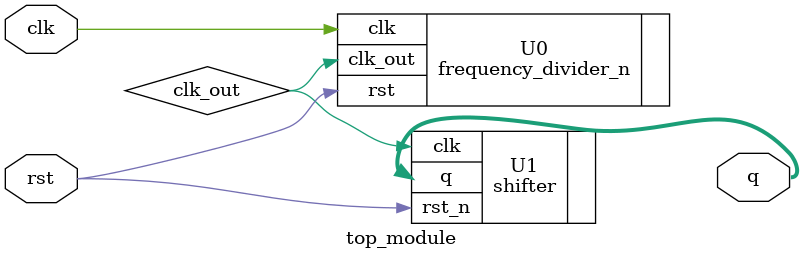
<source format=v>
module top_module(
    clk,    //global clock
    rst,    //active low reset
    q       //LED output
);

output [7:0] q;
input clk;
input rst;

wire clk_out;

//insert frequency divider
frequency_divider_n U0(
    .clk(clk),  //clock from the crystal
    .rst(rst),  //active low reset
    .clk_out(clk_out)   //divied clock output(connected to wire)
);

//insert shifter
shifter U1(
    .q(q),  //shifter output
    .clk(clk_out),  //clock from frequency divider
    .rst_n(rst)   //active low reset
);

endmodule
</source>
